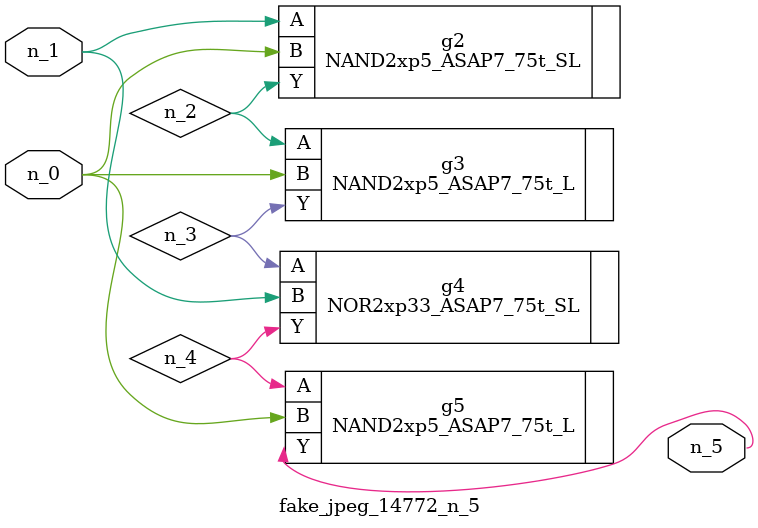
<source format=v>
module fake_jpeg_14772_n_5 (n_0, n_1, n_5);

input n_0;
input n_1;

output n_5;

wire n_3;
wire n_2;
wire n_4;

NAND2xp5_ASAP7_75t_SL g2 ( 
.A(n_1),
.B(n_0),
.Y(n_2)
);

NAND2xp5_ASAP7_75t_L g3 ( 
.A(n_2),
.B(n_0),
.Y(n_3)
);

NOR2xp33_ASAP7_75t_SL g4 ( 
.A(n_3),
.B(n_1),
.Y(n_4)
);

NAND2xp5_ASAP7_75t_L g5 ( 
.A(n_4),
.B(n_0),
.Y(n_5)
);


endmodule
</source>
